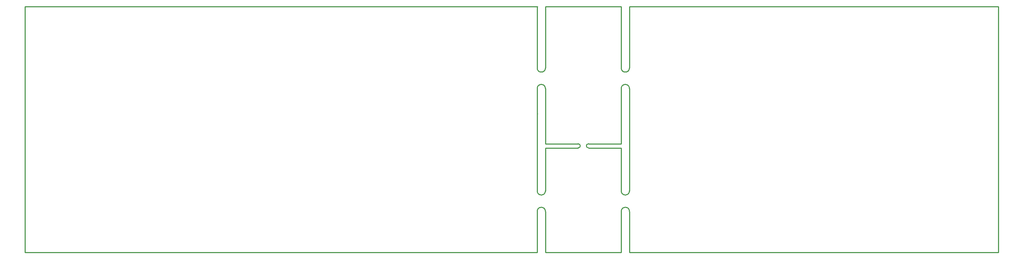
<source format=gko>
%FSLAX43Y43*%
%MOMM*%
G71*
G01*
G75*
%ADD10C,0.300*%
%ADD11R,1.800X1.600*%
%ADD12R,1.600X1.800*%
%ADD13R,1.500X3.000*%
%ADD14C,0.125*%
%ADD15C,1.000*%
%ADD16C,0.254*%
%ADD17C,0.400*%
%ADD18C,0.600*%
%ADD19C,0.500*%
%ADD20C,2.700*%
%ADD21C,3.000*%
%ADD22C,6.000*%
%ADD23R,3.000X3.000*%
%ADD24C,2.000*%
%ADD25R,2.000X2.000*%
%ADD26R,2.000X2.500*%
%ADD27O,2.000X2.500*%
%ADD28C,4.000*%
%ADD29R,4.000X4.000*%
%ADD30C,1.500*%
%ADD31R,1.500X1.500*%
%ADD32R,2.500X2.500*%
%ADD33C,2.500*%
%ADD34C,1.000*%
%ADD35C,1.270*%
%ADD36C,1.200*%
%ADD37C,1.100*%
%ADD38C,1.300*%
%ADD39R,1.300X0.850*%
%ADD40R,1.500X0.400*%
%ADD41R,10.500X10.300*%
%ADD42R,1.050X2.100*%
%ADD43R,1.450X0.550*%
%ADD44R,2.000X4.000*%
%ADD45R,4.000X3.000*%
%ADD46R,0.600X1.600*%
%ADD47O,0.600X1.600*%
%ADD48O,1.600X0.600*%
%ADD49R,2.200X2.700*%
%ADD50R,2.700X2.200*%
%ADD51R,6.000X2.000*%
%ADD52R,2.000X1.500*%
%ADD53R,0.300X1.600*%
%ADD54C,0.075*%
%ADD55R,3.000X1.500*%
%ADD56R,9.300X12.200*%
%ADD57R,0.600X2.200*%
%ADD58R,0.850X1.300*%
%ADD59R,3.000X4.000*%
%ADD60R,2.000X1.600*%
%ADD61C,1.500*%
%ADD62R,2.003X1.803*%
%ADD63R,1.803X2.003*%
%ADD64R,1.703X3.203*%
%ADD65C,2.903*%
%ADD66C,3.203*%
%ADD67C,6.203*%
%ADD68R,3.203X3.203*%
%ADD69C,2.203*%
%ADD70R,2.203X2.203*%
%ADD71R,2.203X2.703*%
%ADD72O,2.203X2.703*%
%ADD73C,4.203*%
%ADD74R,4.203X4.203*%
%ADD75C,1.703*%
%ADD76R,1.703X1.703*%
%ADD77R,2.703X2.703*%
%ADD78C,2.703*%
%ADD79C,1.203*%
%ADD80C,1.473*%
%ADD81C,1.403*%
%ADD82C,1.303*%
%ADD83C,1.503*%
%ADD84R,1.503X1.053*%
%ADD85R,1.703X0.603*%
%ADD86R,10.703X10.503*%
%ADD87R,1.253X2.303*%
%ADD88R,1.653X0.753*%
%ADD89R,2.203X4.203*%
%ADD90R,4.203X3.203*%
%ADD91R,0.803X1.803*%
%ADD92O,0.803X1.803*%
%ADD93O,1.803X0.803*%
%ADD94R,2.403X2.903*%
%ADD95R,2.903X2.403*%
%ADD96R,6.203X2.203*%
%ADD97R,2.203X1.703*%
%ADD98R,0.503X1.803*%
%ADD99R,3.203X1.703*%
%ADD100R,9.503X12.403*%
%ADD101R,0.803X2.403*%
%ADD102R,1.053X1.503*%
%ADD103R,3.203X4.203*%
%ADD104R,2.203X1.803*%
D16*
X145500Y15000D02*
G03*
X147500Y15000I1000J0D01*
G01*
Y10000D02*
G03*
X145500Y10000I-1000J0D01*
G01*
Y45000D02*
G03*
X147500Y45000I1000J0D01*
G01*
Y40000D02*
G03*
X145500Y40000I-1000J0D01*
G01*
X135000Y25500D02*
G03*
X135000Y26500I0J500D01*
G01*
X137500D02*
G03*
X137500Y25500I0J-500D01*
G01*
X125000Y15000D02*
G03*
X127000Y15000I1000J0D01*
G01*
Y10000D02*
G03*
X125000Y10000I-1000J0D01*
G01*
Y45000D02*
G03*
X127000Y45000I1000J0D01*
G01*
Y40000D02*
G03*
X125000Y40000I-1000J0D01*
G01*
X147500Y45000D02*
Y60000D01*
Y15000D02*
Y40000D01*
Y0D02*
Y10000D01*
X127000Y26500D02*
X135000D01*
X145500Y15000D02*
Y25500D01*
X137500Y26500D02*
X145500D01*
Y40000D01*
Y45000D02*
Y60000D01*
X127000D02*
X145500D01*
X127000Y45000D02*
Y60000D01*
Y26500D02*
Y40000D01*
Y0D02*
X145500D01*
Y10000D01*
X137500Y25500D02*
X145500D01*
X127000D02*
X135000D01*
X127000Y15000D02*
Y25500D01*
Y0D02*
Y10000D01*
X0Y60000D02*
X125000D01*
X0Y0D02*
Y60000D01*
Y0D02*
X125000D01*
Y10000D01*
Y15000D02*
Y40000D01*
Y45000D02*
Y60000D01*
X0Y0D02*
Y60000D01*
X125025D02*
X125050Y59975D01*
X125025Y33850D02*
X125050Y33875D01*
X147500Y60000D02*
X237500D01*
Y0D02*
Y60000D01*
X147500Y0D02*
X237500D01*
M02*

</source>
